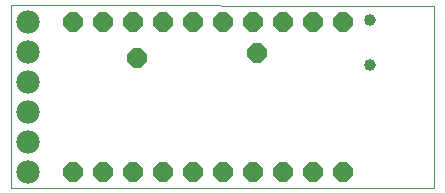
<source format=gbs>
G75*
%MOIN*%
%OFA0B0*%
%FSLAX25Y25*%
%IPPOS*%
%LPD*%
%AMOC8*
5,1,8,0,0,1.08239X$1,22.5*
%
%ADD10C,0.00000*%
%ADD11C,0.03975*%
%ADD12C,0.07800*%
%ADD13OC8,0.06400*%
D10*
X0001250Y0002383D02*
X0001250Y0063593D01*
X0142451Y0063343D01*
X0142451Y0002383D01*
X0001250Y0002383D01*
D11*
X0121016Y0043611D03*
X0121016Y0058611D03*
D12*
X0007000Y0057883D03*
X0007000Y0047883D03*
X0007000Y0037883D03*
X0007000Y0027883D03*
X0007000Y0017883D03*
X0007000Y0007883D03*
D13*
X0022000Y0007883D03*
X0032000Y0007883D03*
X0042000Y0007883D03*
X0052000Y0007883D03*
X0062000Y0007883D03*
X0072000Y0007883D03*
X0082000Y0007883D03*
X0092000Y0007883D03*
X0102000Y0007883D03*
X0112000Y0007883D03*
X0043500Y0045883D03*
X0042000Y0057883D03*
X0032000Y0057883D03*
X0022000Y0057883D03*
X0052000Y0057883D03*
X0062000Y0057883D03*
X0072000Y0057883D03*
X0082000Y0057883D03*
X0092000Y0057883D03*
X0102000Y0057883D03*
X0112000Y0057883D03*
X0083250Y0047383D03*
M02*

</source>
